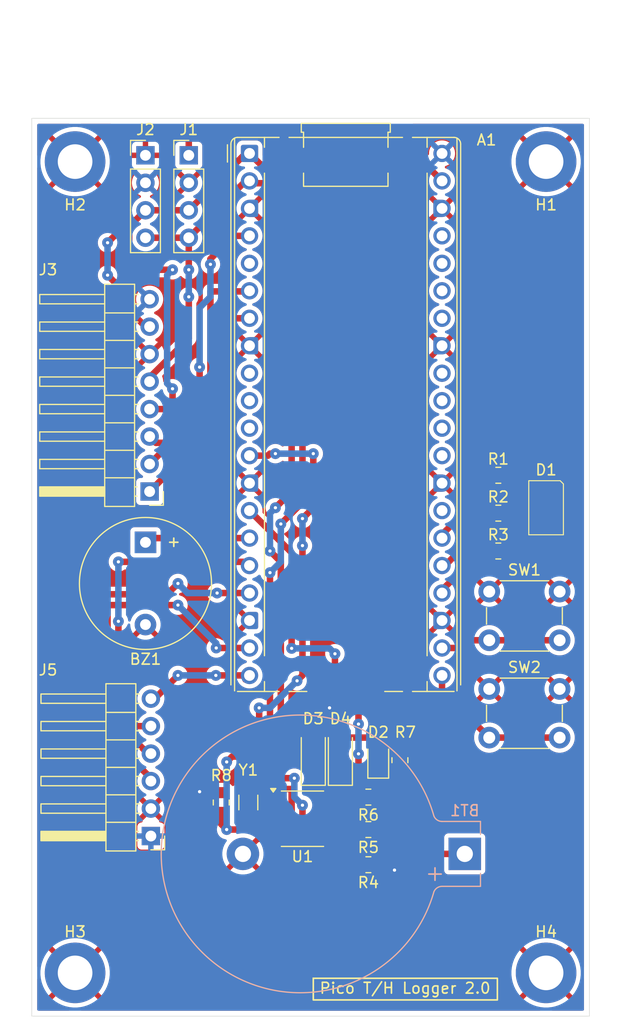
<source format=kicad_pcb>
(kicad_pcb (version 20241229) (generator "pcbnew") (generator_version "9.0")
  (layers (0 "F.Cu" signal) (2 "B.Cu" signal) (13 "F.Paste" user) (15 "B.Paste" user) (5 "F.SilkS" user "F.Silkscreen") (7 "B.SilkS" user "B.Silkscreen") (1 "F.Mask" user) (3 "B.Mask" user) (25 "Edge.Cuts" user))
  (net 0 "")
  (net 1 "+3.3V")
  (net 2 "GND")
  (net 5 "SPI CSn")
  (net 7 "SCL")
  (net 8 "SPI TX")
  (net 10 "SDA")
  (net 11 "SPI SCK")
  (net 13 "+5V")
  (net 18 "SPI RX")
  (net 19 "GPIO16")
  (net 20 "GPIO2")
  (net 21 "GPIO11")
  (net 22 "TX")
  (net 23 "GPIO10")
  (net 25 "RX")
  (net 26 "+BATT")
  (net 27 "Net-(D2-A)")
  (net 28 "GPIO17")
  (net 29 "GPIO20")
  (net 30 "GPIO18")
  (net 31 "GPIO19")
  (net 35 "Net-(D1-DI)")
  (net 36 "Net-(D1-VDD)")
  (net 37 "Net-(D1-DO)")
  (net 38 "Net-(D3-K)")
  (net 39 "Net-(U1-OSCI)")
  (net 40 "Net-(U1-OSCO)")
  (net 41 "GPIO9")
  (footprint "Button_Switch_THT:SW_PUSH_6mm" (layer "F.Cu") (at 176.75 78.75)
    (property "Reference" "SW1" (at 3.25 -2 0) (layer "F.SilkS"))
    (property "Value" "SW_Push")
    (pad "1" thru_hole circle (at 0 0 90) (size 2 2) (drill 1.1) (layers "*.Cu" "*.Mask") (net 2 "GND"))
    (pad "1" thru_hole circle (at 6.5 0 90) (size 2 2) (drill 1.1) (layers "*.Cu" "*.Mask") (net 2 "GND"))
    (pad "2" thru_hole circle (at 0 4.5 90) (size 2 2) (drill 1.1) (layers "*.Cu" "*.Mask") (net 28 "GPIO17"))
    (pad "2" thru_hole circle (at 6.5 4.5 90) (size 2 2) (drill 1.1) (layers "*.Cu" "*.Mask") (net 28 "GPIO17"))
  )
  (footprint "Resistor_SMD:R_0805_2012Metric" (layer "F.Cu") (at 165.5875 100.75 180)
    (property "Reference" "R5" (at 0 -1.65 0) (layer "F.SilkS"))
    (property "Value" "4K7")
    (pad "1" smd roundrect (at -0.9125 0 180) (size 1.025 1.4) (layers "F.Cu" "F.Mask" "F.Paste") (roundrect_rratio 0.243902) (net 13 "+5V"))
    (pad "2" smd roundrect (at 0.9125 0 180) (size 1.025 1.4) (layers "F.Cu" "F.Mask" "F.Paste") (roundrect_rratio 0.243902) (net 7 "SCL"))
  )
  (footprint "Crystal:Crystal_SMD_3215-2Pin_3.2x1.5mm" (layer "F.Cu") (at 154.5 98.25 -90)
    (property "Reference" "Y1" (at -3 0 0) (layer "F.SilkS"))
    (property "Value" "Crystal")
    (pad "1" smd rect (at 1.25 0 270) (size 1 1.8) (layers "F.Cu" "F.Mask" "F.Paste") (net 40 "Net-(U1-OSCO)"))
    (pad "2" smd rect (at -1.25 0 270) (size 1 1.8) (layers "F.Cu" "F.Mask" "F.Paste") (net 39 "Net-(U1-OSCI)"))
  )
  (footprint "LED_SMD:LED_Avago_PLCC4_3.2x2.8mm_CW" (layer "F.Cu") (at 182 71 -90)
    (property "Reference" "D1" (at -3.5 0 0) (layer "F.SilkS"))
    (property "Value" "APA-106-F5")
    (pad "1" smd rect (at -1.5 -0.75 270) (size 1.5 1.1) (layers "F.Cu" "F.Mask" "F.Paste") (net 37 "Net-(D1-DO)"))
    (pad "2" smd rect (at 1.5 -0.75 270) (size 1.5 1.1) (layers "F.Cu" "F.Mask" "F.Paste") (net 2 "GND"))
    (pad "3" smd rect (at 1.5 0.75 270) (size 1.5 1.1) (layers "F.Cu" "F.Mask" "F.Paste") (net 36 "Net-(D1-VDD)"))
    (pad "4" smd rect (at -1.5 0.75 270) (size 1.5 1.1) (layers "F.Cu" "F.Mask" "F.Paste") (net 35 "Net-(D1-DI)"))
  )
  (footprint "Resistor_SMD:R_0805_2012Metric" (layer "F.Cu") (at 168.5 94.3375 -90)
    (property "Reference" "R7" (at -2.5875 -0.5 0) (layer "F.SilkS"))
    (property "Value" "220")
    (pad "1" smd roundrect (at -0.9125 0 270) (size 1.025 1.4) (layers "F.Cu" "F.Mask" "F.Paste") (roundrect_rratio 0.243902) (net 27 "Net-(D2-A)"))
    (pad "2" smd roundrect (at 0.9125 0 270) (size 1.025 1.4) (layers "F.Cu" "F.Mask" "F.Paste") (roundrect_rratio 0.243902) (net 13 "+5V"))
  )
  (footprint "Resistor_SMD:R_0805_2012Metric" (layer "F.Cu") (at 165.5875 104 180)
    (property "Reference" "R4" (at 0 -1.65 0) (layer "F.SilkS"))
    (property "Value" "4K7")
    (pad "1" smd roundrect (at -0.9125 0 180) (size 1.025 1.4) (layers "F.Cu" "F.Mask" "F.Paste") (roundrect_rratio 0.243902) (net 13 "+5V"))
    (pad "2" smd roundrect (at 0.9125 0 180) (size 1.025 1.4) (layers "F.Cu" "F.Mask" "F.Paste") (roundrect_rratio 0.243902) (net 10 "SDA"))
  )
  (footprint "Buzzer_Beeper:Buzzer_12x9.5RM7.6" (layer "F.Cu") (at 145 74.2 -90)
    (property "Reference" "BZ1" (at 10.8 0 0) (layer "F.SilkS"))
    (property "Value" "Buzzer")
    (fp_text user "+" (at -0.01 -2.54 90) (layer "F.SilkS"))
    (pad "1" thru_hole rect (at 0 0 270) (size 2 2) (drill 1) (layers "*.Cu" "*.Mask") (net 21 "GPIO11"))
    (pad "2" thru_hole circle (at 7.6 0 270) (size 2 2) (drill 1) (layers "*.Cu" "*.Mask") (net 2 "GND"))
  )
  (footprint "Resistor_SMD:R_0805_2012Metric" (layer "F.Cu") (at 152 98.25 90)
    (property "Reference" "R8" (at 2.5 0 0) (layer "F.SilkS"))
    (property "Value" "10K")
    (pad "1" smd roundrect (at -0.9125 0 90) (size 1.025 1.4) (layers "F.Cu" "F.Mask" "F.Paste") (roundrect_rratio 0.243902) (net 41 "GPIO9"))
    (pad "2" smd roundrect (at 0.9125 0 90) (size 1.025 1.4) (layers "F.Cu" "F.Mask" "F.Paste") (roundrect_rratio 0.243902) (net 13 "+5V"))
  )
  (footprint "Button_Switch_THT:SW_PUSH_6mm" (layer "F.Cu") (at 176.75 87.75)
    (property "Reference" "SW2" (at 3.25 -2 0) (layer "F.SilkS"))
    (property "Value" "SW_Push")
    (pad "1" thru_hole circle (at 0 0 90) (size 2 2) (drill 1.1) (layers "*.Cu" "*.Mask") (net 2 "GND"))
    (pad "1" thru_hole circle (at 6.5 0 90) (size 2 2) (drill 1.1) (layers "*.Cu" "*.Mask") (net 2 "GND"))
    (pad "2" thru_hole circle (at 0 4.5 90) (size 2 2) (drill 1.1) (layers "*.Cu" "*.Mask") (net 19 "GPIO16"))
    (pad "2" thru_hole circle (at 6.5 4.5 90) (size 2 2) (drill 1.1) (layers "*.Cu" "*.Mask") (net 19 "GPIO16"))
  )
  (footprint "MountingHole:MountingHole_3.2mm_M3_DIN965_Pad" (layer "F.Cu") (at 182 114)
    (property "Reference" "H4" (at 0 -3.8 0) (layer "F.SilkS"))
    (property "Value" "MountingHole_Pad")
    (pad "1" thru_hole circle (at 0 0) (size 5.6 5.6) (drill 3.2) (layers "*.Cu" "*.Mask") (net 2 "GND"))
  )
  (footprint "Resistor_SMD:R_0805_2012Metric" (layer "F.Cu") (at 177.5875 71.5 180)
    (property "Reference" "R2" (at 0 1.5 0) (layer "F.SilkS"))
    (property "Value" "220")
    (pad "1" smd roundrect (at -0.9125 0 180) (size 1.025 1.4) (layers "F.Cu" "F.Mask" "F.Paste") (roundrect_rratio 0.243902) (net 37 "Net-(D1-DO)"))
    (pad "2" smd roundrect (at 0.9125 0 180) (size 1.025 1.4) (layers "F.Cu" "F.Mask" "F.Paste") (roundrect_rratio 0.243902) (net 31 "GPIO19"))
  )
  (footprint "MountingHole:MountingHole_3.2mm_M3_DIN965_Pad" (layer "F.Cu") (at 182 39)
    (property "Reference" "H1" (at 0 4 0) (layer "F.SilkS"))
    (property "Value" "MountingHole_Pad")
    (pad "1" thru_hole circle (at 0 0) (size 5.6 5.6) (drill 3.2) (layers "*.Cu" "*.Mask") (net 2 "GND"))
  )
  (footprint "Diode_SMD:D_MiniMELF" (layer "F.Cu") (at 163 94 90)
    (property "Reference" "D4" (at 3.5 0 0) (layer "F.SilkS"))
    (property "Value" "LL4148")
    (pad "1" smd roundrect (at -1.75 0 90) (size 1.3 1.7) (layers "F.Cu" "F.Mask" "F.Paste") (roundrect_rratio 0.1923076923) (net 38 "Net-(D3-K)"))
    (pad "2" smd roundrect (at 1.75 0 90) (size 1.3 1.7) (layers "F.Cu" "F.Mask" "F.Paste") (roundrect_rratio 0.1923076923) (net 26 "+BATT"))
  )
  (footprint "Resistor_SMD:R_0805_2012Metric" (layer "F.Cu") (at 177.5875 75 180)
    (property "Reference" "R3" (at 0 1.5 0) (layer "F.SilkS"))
    (property "Value" "220")
    (pad "1" smd roundrect (at -0.9125 0 180) (size 1.025 1.4) (layers "F.Cu" "F.Mask" "F.Paste") (roundrect_rratio 0.243902) (net 36 "Net-(D1-VDD)"))
    (pad "2" smd roundrect (at 0.9125 0 180) (size 1.025 1.4) (layers "F.Cu" "F.Mask" "F.Paste") (roundrect_rratio 0.243902) (net 30 "GPIO18"))
  )
  (footprint "Connector_PinHeader_2.54mm:PinHeader_1x04_P2.54mm_Vertical" (layer "F.Cu") (at 149 38.42)
    (property "Reference" "J1" (at 0 -2.38 0) (layer "F.SilkS"))
    (property "Value" "Sensor")
    (pad "1" thru_hole rect (at 0 0) (size 1.7 1.7) (drill 1) (layers "*.Cu" "*.Mask") (net 1 "+3.3V"))
    (pad "2" thru_hole circle (at 0 2.54) (size 1.7 1.7) (drill 1) (layers "*.Cu" "*.Mask") (net 2 "GND"))
    (pad "3" thru_hole circle (at 0 5.08) (size 1.7 1.7) (drill 1) (layers "*.Cu" "*.Mask") (net 10 "SDA"))
    (pad "4" thru_hole circle (at 0 7.62) (size 1.7 1.7) (drill 1) (layers "*.Cu" "*.Mask") (net 7 "SCL"))
  )
  (footprint "Diode_SMD:D_MiniMELF" (layer "F.Cu") (at 160.5 94 90)
    (property "Reference" "D3" (at 3.5 0 0) (layer "F.SilkS"))
    (property "Value" "LL4148")
    (pad "1" smd roundrect (at -1.75 0 90) (size 1.3 1.7) (layers "F.Cu" "F.Mask" "F.Paste") (roundrect_rratio 0.1923076923) (net 38 "Net-(D3-K)"))
    (pad "2" smd roundrect (at 1.75 0 90) (size 1.3 1.7) (layers "F.Cu" "F.Mask" "F.Paste") (roundrect_rratio 0.1923076923) (net 13 "+5V"))
  )
  (footprint "LED_SMD:LED_0805_2012Metric" (layer "F.Cu") (at 166.5 94.3125 90)
    (property "Reference" "D2" (at 2.5625 0 0) (layer "F.SilkS"))
    (property "Value" "LED")
    (pad "1" smd roundrect (at -0.9375 0 90) (size 0.975 1.4) (layers "F.Cu" "F.Mask" "F.Paste") (net 23 "GPIO10"))
    (pad "2" smd roundrect (at 0.9375 0 90) (size 0.975 1.4) (layers "F.Cu" "F.Mask" "F.Paste") (net 27 "Net-(D2-A)"))
  )
  (footprint "Connector_PinHeader_2.54mm:PinHeader_1x04_P2.54mm_Vertical" (layer "F.Cu") (at 145 38.42)
    (property "Reference" "J2" (at 0 -2.38 0) (layer "F.SilkS"))
    (property "Value" "LCD 16x2")
    (pad "1" thru_hole rect (at 0 0) (size 1.7 1.7) (drill 1) (layers "*.Cu" "*.Mask") (net 2 "GND"))
    (pad "2" thru_hole circle (at 0 2.54) (size 1.7 1.7) (drill 1) (layers "*.Cu" "*.Mask") (net 13 "+5V"))
    (pad "3" thru_hole circle (at 0 5.08) (size 1.7 1.7) (drill 1) (layers "*.Cu" "*.Mask") (net 10 "SDA"))
    (pad "4" thru_hole circle (at 0 7.62) (size 1.7 1.7) (drill 1) (layers "*.Cu" "*.Mask") (net 7 "SCL"))
  )
  (footprint "MountingHole:MountingHole_3.2mm_M3_DIN965_Pad" (layer "F.Cu") (at 138.5 114)
    (property "Reference" "H3" (at 0 -3.8 0) (layer "F.SilkS"))
    (property "Value" "MountingHole_Pad")
    (pad "1" thru_hole circle (at 0 0) (size 5.6 5.6) (drill 3.2) (layers "*.Cu" "*.Mask") (net 2 "GND"))
  )
  (footprint "MountingHole:MountingHole_3.2mm_M3_DIN965_Pad" (layer "F.Cu") (at 138.5 39)
    (property "Reference" "H2" (at 0 4 0) (layer "F.SilkS"))
    (property "Value" "MountingHole_Pad")
    (pad "1" thru_hole circle (at 0 0) (size 5.6 5.6) (drill 3.2) (layers "*.Cu" "*.Mask") (net 2 "GND"))
  )
  (footprint "Resistor_SMD:R_0805_2012Metric" (layer "F.Cu") (at 177.5875 68 180)
    (property "Reference" "R1" (at 0 1.5 0) (layer "F.SilkS"))
    (property "Value" "220")
    (pad "1" smd roundrect (at -0.9125 0 180) (size 1.025 1.4) (layers "F.Cu" "F.Mask" "F.Paste") (roundrect_rratio 0.243902) (net 35 "Net-(D1-DI)"))
    (pad "2" smd roundrect (at 0.9125 0 180) (size 1.025 1.4) (layers "F.Cu" "F.Mask" "F.Paste") (roundrect_rratio 0.243902) (net 29 "GPIO20"))
  )
  (footprint "Resistor_SMD:R_0805_2012Metric" (layer "F.Cu") (at 165.5875 97.75 180)
    (property "Reference" "R6" (at 0 -1.65 0) (layer "F.SilkS"))
    (property "Value" "4K7")
    (pad "1" smd roundrect (at -0.9125 0 180) (size 1.025 1.4) (layers "F.Cu" "F.Mask" "F.Paste") (roundrect_rratio 0.243902) (net 13 "+5V"))
    (pad "2" smd roundrect (at 0.9125 0 180) (size 1.025 1.4) (layers "F.Cu" "F.Mask" "F.Paste") (roundrect_rratio 0.243902) (net 23 "GPIO10"))
  )
  (footprint "Module:RaspberryPi_Pico_Common_THT" (layer "F.Cu") (at 154.61 38.245)
    (property "Reference" "A1" (at 20.89 -1.245 0) (layer "F.SilkS") (effects (justify left)))
    (property "Value" "RaspberryPi_Pico" (hide yes))
    (pad "1" thru_hole roundrect (at 0 0) (size 1.6 1.6) (drill 1) (layers "*.Cu" "*.Mask") (roundrect_rratio 0.125) (net 10 "SDA"))
    (pad "2" thru_hole circle (at 0 2.54) (size 1.6 1.6) (drill 1) (layers "*.Cu" "*.Mask") (net 7 "SCL"))
    (pad "3" thru_hole custom (at 0 5.08) (size 1.6 1.6) (drill 1) (layers "*.Cu" "*.Mask") (net 2 "GND") (options (clearance outline) (anchor circle)) (primitives (gr_poly (pts (xy 0.8 0.6) (xy 0.8 -0.6) (xy 0.6 -0.8) (xy 0 -0.8) (xy 0 0.8) (xy 0.6 0.8)) (width 0) (fill yes)) (gr_circle (center 0.6 0.6) (end 0.8 0.6) (width 0) (fill yes)) (gr_circle (center 0.6 -0.6) (end 0.8 -0.6) (width 0) (fill yes))))
    (pad "4" thru_hole circle (at 0 7.62) (size 1.6 1.6) (drill 1) (layers "*.Cu" "*.Mask") (net 20 "GPIO2"))
    (pad "5" thru_hole circle (at 0 10.16) (size 1.6 1.6) (drill 1) (layers "*.Cu" "*.Mask"))
    (pad "6" thru_hole circle (at 0 12.7) (size 1.6 1.6) (drill 1) (layers "*.Cu" "*.Mask") (net 22 "TX"))
    (pad "7" thru_hole circle (at 0 15.24) (size 1.6 1.6) (drill 1) (layers "*.Cu" "*.Mask") (net 25 "RX"))
    (pad "8" thru_hole custom (at 0 17.78) (size 1.6 1.6) (drill 1) (layers "*.Cu" "*.Mask") (net 2 "GND") (options (clearance outline) (anchor circle)) (primitives (gr_poly (pts (xy 0.8 0.6) (xy 0.8 -0.6) (xy 0.6 -0.8) (xy 0 -0.8) (xy 0 0.8) (xy 0.6 0.8)) (width 0) (fill yes)) (gr_circle (center 0.6 0.6) (end 0.8 0.6) (width 0) (fill yes)) (gr_circle (center 0.6 -0.6) (end 0.8 -0.6) (width 0) (fill yes))))
    (pad "9" thru_hole circle (at 0 20.32) (size 1.6 1.6) (drill 1) (layers "*.Cu" "*.Mask"))
    (pad "10" thru_hole circle (at 0 22.86) (size 1.6 1.6) (drill 1) (layers "*.Cu" "*.Mask"))
    (pad "11" thru_hole circle (at 0 25.4) (size 1.6 1.6) (drill 1) (layers "*.Cu" "*.Mask"))
    (pad "12" thru_hole circle (at 0 27.94) (size 1.6 1.6) (drill 1) (layers "*.Cu" "*.Mask") (net 41 "GPIO9"))
    (pad "13" thru_hole custom (at 0 30.48) (size 1.6 1.6) (drill 1) (layers "*.Cu" "*.Mask") (net 2 "GND") (options (clearance outline) (anchor circle)) (primitives (gr_poly (pts (xy 0.8 0.6) (xy 0.8 -0.6) (xy 0.6 -0.8) (xy 0 -0.8) (xy 0 0.8) (xy 0.6 0.8)) (width 0) (fill yes)) (gr_circle (center 0.6 0.6) (end 0.8 0.6) (width 0) (fill yes)) (gr_circle (center 0.6 -0.6) (end 0.8 -0.6) (width 0) (fill yes))))
    (pad "14" thru_hole circle (at 0 33.02) (size 1.6 1.6) (drill 1) (layers "*.Cu" "*.Mask") (net 23 "GPIO10"))
    (pad "15" thru_hole circle (at 0 35.56) (size 1.6 1.6) (drill 1) (layers "*.Cu" "*.Mask") (net 21 "GPIO11"))
    (pad "16" thru_hole circle (at 0 38.1) (size 1.6 1.6) (drill 1) (layers "*.Cu" "*.Mask") (net 18 "SPI RX"))
    (pad "17" thru_hole circle (at 0 40.64) (size 1.6 1.6) (drill 1) (layers "*.Cu" "*.Mask") (net 5 "SPI CSn"))
    (pad "18" thru_hole custom (at 0 43.18) (size 1.6 1.6) (drill 1) (layers "*.Cu" "*.Mask") (net 2 "GND") (options (clearance outline) (anchor circle)) (primitives (gr_poly (pts (xy 0.8 0.6) (xy 0.8 -0.6) (xy 0.6 -0.8) (xy 0 -0.8) (xy 0 0.8) (xy 0.6 0.8)) (width 0) (fill yes)) (gr_circle (center 0.6 0.6) (end 0.8 0.6) (width 0) (fill yes)) (gr_circle (center 0.6 -0.6) (end 0.8 -0.6) (width 0) (fill yes))))
    (pad "19" thru_hole circle (at 0 45.72) (size 1.6 1.6) (drill 1) (layers "*.Cu" "*.Mask") (net 11 "SPI SCK"))
    (pad "20" thru_hole circle (at 0 48.26) (size 1.6 1.6) (drill 1) (layers "*.Cu" "*.Mask") (net 8 "SPI TX"))
    (pad "21" thru_hole circle (at 17.78 48.26) (size 1.6 1.6) (drill 1) (layers "*.Cu" "*.Mask") (net 19 "GPIO16"))
    (pad "22" thru_hole circle (at 17.78 45.72) (size 1.6 1.6) (drill 1) (layers "*.Cu" "*.Mask") (net 28 "GPIO17"))
    (pad "23" thru_hole custom (at 17.78 43.18) (size 1.6 1.6) (drill 1) (layers "*.Cu" "*.Mask") (net 2 "GND") (options (clearance outline) (anchor circle)) (primitives (gr_poly (pts (xy -0.8 0.6) (xy -0.8 -0.6) (xy -0.6 -0.8) (xy 0 -0.8) (xy 0 0.8) (xy -0.6 0.8)) (width 0) (fill yes)) (gr_circle (center -0.6 0.6) (end -0.4 0.6) (width 0) (fill yes)) (gr_circle (center -0.6 -0.6) (end -0.4 -0.6) (width 0) (fill yes))))
    (pad "24" thru_hole circle (at 17.78 40.64) (size 1.6 1.6) (drill 1) (layers "*.Cu" "*.Mask") (net 30 "GPIO18"))
    (pad "25" thru_hole circle (at 17.78 38.1) (size 1.6 1.6) (drill 1) (layers "*.Cu" "*.Mask") (net 31 "GPIO19"))
    (pad "26" thru_hole circle (at 17.78 35.56) (size 1.6 1.6) (drill 1) (layers "*.Cu" "*.Mask") (net 29 "GPIO20"))
    (pad "27" thru_hole circle (at 17.78 33.02) (size 1.6 1.6) (drill 1) (layers "*.Cu" "*.Mask"))
    (pad "28" thru_hole custom (at 17.78 30.48) (size 1.6 1.6) (drill 1) (layers "*.Cu" "*.Mask") (net 2 "GND") (options (clearance outline) (anchor circle)) (primitives (gr_poly (pts (xy -0.8 0.6) (xy -0.8 -0.6) (xy -0.6 -0.8) (xy 0 -0.8) (xy 0 0.8) (xy -0.6 0.8)) (width 0) (fill yes)) (gr_circle (center -0.6 0.6) (end -0.4 0.6) (width 0) (fill yes)) (gr_circle (center -0.6 -0.6) (end -0.4 -0.6) (width 0) (fill yes))))
    (pad "29" thru_hole circle (at 17.78 27.94) (size 1.6 1.6) (drill 1) (layers "*.Cu" "*.Mask"))
    (pad "30" thru_hole circle (at 17.78 25.4) (size 1.6 1.6) (drill 1) (layers "*.Cu" "*.Mask"))
    (pad "31" thru_hole circle (at 17.78 22.86) (size 1.6 1.6) (drill 1) (layers "*.Cu" "*.Mask"))
    (pad "32" thru_hole circle (at 17.78 20.32) (size 1.6 1.6) (drill 1) (layers "*.Cu" "*.Mask"))
    (pad "33" thru_hole custom (at 17.78 17.78) (size 1.6 1.6) (drill 1) (layers "*.Cu" "*.Mask") (net 2 "GND") (options (clearance outline) (anchor circle)) (primitives (gr_poly (pts (xy -0.8 0.6) (xy -0.8 -0.6) (xy -0.6 -0.8) (xy 0 -0.8) (xy 0 0.8) (xy -0.6 0.8)) (width 0) (fill yes)) (gr_circle (center -0.6 0.6) (end -0.4 0.6) (width 0) (fill yes)) (gr_circle (center -0.6 -0.6) (end -0.4 -0.6) (width 0) (fill yes))))
    (pad "34" thru_hole circle (at 17.78 15.24) (size 1.6 1.6) (drill 1) (layers "*.Cu" "*.Mask"))
    (pad "35" thru_hole circle (at 17.78 12.7) (size 1.6 1.6) (drill 1) (layers "*.Cu" "*.Mask"))
    (pad "36" thru_hole circle (at 17.78 10.16) (size 1.6 1.6) (drill 1) (layers "*.Cu" "*.Mask"))
    (pad "37" thru_hole circle (at 17.78 7.62) (size 1.6 1.6) (drill 1) (layers "*.Cu" "*.Mask"))
    (pad "38" thru_hole custom (at 17.78 5.08) (size 1.6 1.6) (drill 1) (layers "*.Cu" "*.Mask") (net 2 "GND") (options (clearance outline) (anchor circle)) (primitives (gr_poly (pts (xy -0.8 0.6) (xy -0.8 -0.6) (xy -0.6 -0.8) (xy 0 -0.8) (xy 0 0.8) (xy -0.6 0.8)) (width 0) (fill yes)) (gr_circle (center -0.6 0.6) (end -0.4 0.6) (width 0) (fill yes)) (gr_circle (center -0.6 -0.6) (end -0.4 -0.6) (width 0) (fill yes))))
    (pad "39" thru_hole circle (at 17.78 2.54) (size 1.6 1.6) (drill 1) (layers "*.Cu" "*.Mask") (net 1 "+3.3V"))
    (pad "40" thru_hole circle (at 17.78 0) (size 1.6 1.6) (drill 1) (layers "*.Cu" "*.Mask") (net 13 "+5V"))
  )
  (footprint "Connector_PinHeader_2.54mm:PinHeader_1x08_P2.54mm_Horizontal" (layer "F.Cu") (at 145.385 69.5 180)
    (property "Reference" "J3" (at 9.385 20.5 0) (layer "F.SilkS"))
    (property "Value" "Additional connector")
    (pad "1" thru_hole rect (at 0 0 180) (size 1.7 1.7) (drill 1) (layers "*.Cu" "*.Mask") (net 25 "RX"))
    (pad "2" thru_hole circle (at 0 2.54 180) (size 1.7 1.7) (drill 1) (layers "*.Cu" "*.Mask") (net 22 "TX"))
    (pad "3" thru_hole circle (at 0 5.08 180) (size 1.7 1.7) (drill 1) (layers "*.Cu" "*.Mask") (net 20 "GPIO2"))
    (pad "4" thru_hole circle (at 0 7.62 180) (size 1.7 1.7) (drill 1) (layers "*.Cu" "*.Mask") (net 10 "SDA"))
    (pad "5" thru_hole circle (at 0 10.16 180) (size 1.7 1.7) (drill 1) (layers "*.Cu" "*.Mask") (net 7 "SCL"))
    (pad "6" thru_hole circle (at 0 12.7 180) (size 1.7 1.7) (drill 1) (layers "*.Cu" "*.Mask") (net 2 "GND"))
    (pad "7" thru_hole circle (at 0 15.24 180) (size 1.7 1.7) (drill 1) (layers "*.Cu" "*.Mask") (net 1 "+3.3V"))
    (pad "8" thru_hole circle (at 0 17.78 180) (size 1.7 1.7) (drill 1) (layers "*.Cu" "*.Mask") (net 13 "+5V"))
  )
  (footprint "Connector_PinHeader_2.54mm:PinHeader_1x06_P2.54mm_Horizontal" (layer "F.Cu") (at 145.5 101.35 180)
    (property "Reference" "J5" (at 9.5 15.35 0) (layer "F.SilkS"))
    (property "Value" "SPI")
    (pad "1" thru_hole rect (at 0 0 180) (size 1.7 1.7) (drill 1) (layers "*.Cu" "*.Mask") (net 13 "+5V"))
    (pad "2" thru_hole circle (at 0 2.54 180) (size 1.7 1.7) (drill 1) (layers "*.Cu" "*.Mask") (net 2 "GND"))
    (pad "3" thru_hole circle (at 0 5.08 180) (size 1.7 1.7) (drill 1) (layers "*.Cu" "*.Mask") (net 5 "SPI CSn"))
    (pad "4" thru_hole circle (at 0 7.62 180) (size 1.7 1.7) (drill 1) (layers "*.Cu" "*.Mask") (net 11 "SPI SCK"))
    (pad "5" thru_hole circle (at 0 10.16 180) (size 1.7 1.7) (drill 1) (layers "*.Cu" "*.Mask") (net 18 "SPI RX"))
    (pad "6" thru_hole circle (at 0 12.7 180) (size 1.7 1.7) (drill 1) (layers "*.Cu" "*.Mask") (net 8 "SPI TX"))
  )
  (footprint "Package_SO:SOIC-8_3.9x4.9mm_P1.27mm" (layer "F.Cu") (at 159.5 99.75)
    (property "Reference" "U1" (at 0 3.5 0) (layer "F.SilkS"))
    (property "Value" "PCF8563T")
    (pad "1" smd roundrect (at -2.475 -1.905) (size 1.95 0.6) (layers "F.Cu" "F.Mask" "F.Paste") (net 39 "Net-(U1-OSCI)"))
    (pad "2" smd roundrect (at -2.475 -0.635) (size 1.95 0.6) (layers "F.Cu" "F.Mask" "F.Paste") (net 40 "Net-(U1-OSCO)"))
    (pad "3" smd roundrect (at -2.475 0.635) (size 1.95 0.6) (layers "F.Cu" "F.Mask" "F.Paste") (net 41 "GPIO9"))
    (pad "4" smd roundrect (at -2.475 1.905) (size 1.95 0.6) (layers "F.Cu" "F.Mask" "F.Paste") (net 2 "GND"))
    (pad "5" smd roundrect (at 2.475 1.905) (size 1.95 0.6) (layers "F.Cu" "F.Mask" "F.Paste") (net 10 "SDA"))
    (pad "6" smd roundrect (at 2.475 0.635) (size 1.95 0.6) (layers "F.Cu" "F.Mask" "F.Paste") (net 7 "SCL"))
    (pad "7" smd roundrect (at 2.475 -0.635) (size 1.95 0.6) (layers "F.Cu" "F.Mask" "F.Paste") (net 23 "GPIO10"))
    (pad "8" smd roundrect (at 2.475 -1.905) (size 1.95 0.6) (layers "F.Cu" "F.Mask" "F.Paste") (net 38 "Net-(D3-K)"))
  )
  (footprint "Battery:BatteryHolder_Keystone_104_1x23mm" (layer "B.Cu") (at 174.49 103 180)
    (property "Reference" "BT1" (at 0 4 0) (layer "B.SilkS") (effects (justify mirror)))
    (property "Value" "Battery_Cell")
    (fp_text user "+" (at 2.75 -1.75 0) (layer "B.SilkS") (effects (font (size 1.5 1.5)) (justify mirror)))
    (pad "1" thru_hole rect (at 0 0 180) (size 3 3) (drill 1.5) (layers "*.Cu" "*.Mask") (net 26 "+BATT"))
    (pad "2" thru_hole circle (at 20.49 0 180) (size 3 3) (drill 1.5) (layers "*.Cu" "*.Mask") (net 2 "GND"))
  )
  (gr_rect (start 160.5 114.5) (end 177.5 116.5) (stroke (width 0.15)) (fill no) (layer "F.SilkS"))
  (gr_rect (start 134.5 35) (end 186 118) (stroke (width 0.05)) (fill no) (layer "Edge.Cuts"))
  (gr_text "Pico T/H Logger 2.0" (at 161 116 0) (layer "F.SilkS") (effects (font (size 1 1)) (justify left bottom)))
  (segment (start 142.5 50.5) (end 142.5 51.76) (width 0.6) (layer "F.Cu") (net 1))
  (segment (start 142.5 36) (end 150 36) (width 0.6) (layer "F.Cu") (net 1))
  (segment (start 141.5 46.5) (end 142.5 45.5) (width 0.6) (layer "F.Cu") (net 1))
  (segment (start 141.5 49.5) (end 142.5 50.5) (width 0.6) (layer "F.Cu") (net 1))
  (segment (start 150 36) (end 169 36) (width 0.6) (layer "F.Cu") (net 1))
  (segment (start 149 37) (end 150 36) (width 0.6) (layer "F.Cu") (net 1))
  (segment (start 142.5 51.76) (end 145 54.26) (width 0.6) (layer "F.Cu") (net 1))
  (segment (start 169 37.395) (end 172.39 40.785) (width 0.6) (layer "F.Cu") (net 1))
  (segment (start 169 36) (end 169 37.395) (width 0.6) (layer "F.Cu") (net 1))
  (segment (start 149 38.42) (end 149 37) (width 0.6) (layer "F.Cu") (net 1))
  (segment (start 142.5 45.5) (end 142.5 36) (width 0.6) (layer "F.Cu") (net 1))
  (via (at 141.5 46.5) (size 1) (drill 0.3) (layers "F.Cu" "B.Cu") (net 1))
  (via (at 141.5 49.5) (size 1) (drill 0.3) (layers "F.Cu" "B.Cu") (net 1))
  (segment (start 141.5 46.5) (end 141.5 49.5) (width 0.6) (layer "B.Cu") (net 1))
  (segment (start 147 79) (end 140.5 79) (width 0.6) (layer "F.Cu") (net 5))
  (segment (start 140.5 79) (end 140.5 91) (width 0.6) (layer "F.Cu") (net 5))
  (segment (start 154.61 78.885) (end 151.615 78.885) (width 0.6) (layer "F.Cu") (net 5))
  (segment (start 148 78) (end 147 79) (width 0.6) (layer "F.Cu") (net 5))
  (segment (start 145.5 96) (end 145.5 96.27) (width 0.6) (layer "F.Cu") (net 5))
  (segment (start 140.5 91) (end 145.5 96) (width 0.6) (layer "F.Cu") (net 5))
  (via (at 148 78) (size 1) (drill 0.3) (layers "F.Cu" "B.Cu") (net 5))
  (via (at 151.615 78.885) (size 1) (drill 0.3) (layers "F.Cu" "B.Cu") (net 5))
  (segment (start 148.885 78.885) (end 148 78) (width 0.6) (layer "B.Cu") (net 5))
  (segment (start 151.615 78.885) (end 148.885 78.885) (width 0.6) (layer "B.Cu") (net 5))
  (segment (start 149 51.5) (end 149 55.34) (width 0.6) (layer "F.Cu") (net 7))
  (segment (start 161.975 100.385) (end 164.31 100.385) (width 0.6) (layer "F.Cu") (net 7))
  (segment (start 157 71) (end 158.5 69.5) (width 0.6) (layer "F.Cu") (net 7))
  (segment (start 154.255 40.785) (end 149 46.04) (width 0.6) (layer "F.Cu") (net 7))
  (segment (start 157.5 76) (end 156.5 75) (width 0.6) (layer "F.Cu") (net 7))
  (segment (start 158.5 69.5) (end 158.5 41) (width 0.6) (layer "F.Cu") (net 7))
  (segment (start 154.825 41) (end 154.61 40.785) (width 0.6) (layer "F.Cu") (net 7))
  (segment (start 160.135 100.385) (end 161.975 100.385) (width 0.6) (layer "F.Cu") (net 7))
  (segment (start 149 46.04) (end 149 49) (width 0.6) (layer "F.Cu") (net 7))
  (segment (start 159.5 98.5) (end 159.5 99.75) (width 0.6) (layer "F.Cu") (net 7))
  (segment (start 158.75 96) (end 157.5 96) (width 0.6) (layer "F.Cu") (net 7))
  (segment (start 159.5 99.75) (end 160.135 100.385) (width 0.6) (layer "F.Cu") (net 7))
  (segment (start 164.31 100.385) (end 164.675 100.75) (width 0.6) (layer "F.Cu") (net 7))
  (segment (start 145 59.34) (end 149 55.34) (width 0.6) (layer "F.Cu") (net 7))
  (segment (start 158.5 41) (end 154.825 41) (width 0.6) (layer "F.Cu") (net 7))
  (segment (start 157.5 96) (end 157.5 76) (width 0.6) (layer "F.Cu") (net 7))
  (segment (start 149 46.04) (end 145 46.04) (width 0.6) (layer "F.Cu") (net 7))
  (segment (start 154.61 40.785) (end 154.255 40.785) (width 0.6) (layer "F.Cu") (net 7))
  (via (at 159.5 98.5) (size 1) (drill 0.3) (layers "F.Cu" "B.Cu") (net 7))
  (via (at 156.5 75) (size 1) (drill 0.3) (layers "F.Cu" "B.Cu") (net 7))
  (via (at 157 71) (size 1) (drill 0.3) (layers "F.Cu" "B.Cu") (net 7))
  (via (at 158.75 96) (size 1) (drill 0.3) (layers "F.Cu" "B.Cu") (net 7))
  (via (at 149 51.5) (size 1) (drill 0.3) (layers "F.Cu" "B.Cu") (net 7))
  (via (at 149 49) (size 1) (drill 0.3) (layers "F.Cu" "B.Cu") (net 7))
  (segment (start 157 71) (end 156.5 71.5) (width 0.6) (layer "B.Cu") (net 7))
  (segment (start 149 51.5) (end 149 49) (width 0.6) (layer "B.Cu") (net 7))
  (segment (start 156.5 71.5) (end 156.5 75) (width 0.6) (layer "B.Cu") (net 7))
  (segment (start 158.75 96) (end 158.75 97.75) (width 0.6) (layer "B.Cu") (net 7))
  (segment (start 158.75 97.75) (end 159.5 98.5) (width 0.6) (layer "B.Cu") (net 7))
  (segment (start 154.605 86.5) (end 151.5 86.5) (width 0.6) (layer "F.Cu") (net 8))
  (segment (start 154.61 86.505) (end 154.605 86.5) (width 0.6) (layer "F.Cu") (net 8))
  (segment (start 154.235 86.88) (end 154.61 86.505) (width 0.6) (layer "F.Cu") (net 8))
  (segment (start 145.85 88.65) (end 148 86.5) (width 0.6) (layer "F.Cu") (net 8))
  (segment (start 145.5 88.65) (end 145.85 88.65) (width 0.6) (layer "F.Cu") (net 8))
  (via (at 151.5 86.5) (size 1) (drill 0.3) (layers "F.Cu" "B.Cu") (net 8))
  (via (at 148 86.5) (size 1) (drill 0.3) (layers "F.Cu" "B.Cu") (net 8))
  (segment (start 148 86.5) (end 151.5 86.5) (width 0.6) (layer "B.Cu") (net 8))
  (segment (start 159.5 70.5) (end 157.5 72.5) (width 0.6) (layer "F.Cu") (net 10))
  (segment (start 159.905 101.655) (end 161.975 101.655) (width 0.6) (layer "F.Cu") (net 10))
  (segment (start 145 43.5) (end 149 43.5) (width 0.6) (layer "F.Cu") (net 10))
  (segment (start 164.675 104) (end 164.675 104.25) (width 0.6) (layer "F.Cu") (net 10))
  (segment (start 145 61.88) (end 147.5 61.88) (width 0.6) (layer "F.Cu") (net 10))
  (segment (start 164 103.325) (end 164.675 104) (width 0.6) (layer "F.Cu") (net 10))
  (segment (start 159.5 40) (end 159.5 70.5) (width 0.6) (layer "F.Cu") (net 10))
  (segment (start 156.365 40) (end 159.5 40) (width 0.6) (layer "F.Cu") (net 10))
  (segment (start 164 102.25) (end 164 103.325) (width 0.6) (layer "F.Cu") (net 10))
  (segment (start 163.405 101.655) (end 164 102.25) (width 0.6) (layer "F.Cu") (net 10))
  (segment (start 147.5 61.88) (end 147.5 60) (width 0.6) (layer "F.Cu") (net 10))
  (segment (start 156.5 77) (end 156.5 97) (width 0.6) (layer "F.Cu") (net 10))
  (segment (start 158.5 100.25) (end 159.905 101.655) (width 0.6) (layer "F.Cu") (net 10))
  (segment (start 145 49) (end 143.5 47.5) (width 0.6) (layer "F.Cu") (net 10))
  (segment (start 158.5 97) (end 158.5 100.25) (width 0.6) (layer "F.Cu") (net 10))
  (segment (start 149 43.5) (end 154.255 38.245) (width 0.6) (layer "F.Cu") (net 10))
  (segment (start 156.5 97) (end 158.5 97) (width 0.6) (layer "F.Cu") (net 10))
  (segment (start 143.5 45) (end 145 43.5) (width 0.6) (layer "F.Cu") (net 10))
  (segment (start 154.61 38.245) (end 156.365 40) (width 0.6) (layer "F.Cu") (net 10))
  (segment (start 147.5 49) (end 145 49) (width 0.6) (layer "F.Cu") (net 10))
  (segment (start 161.975 101.655) (end 163.405 101.655) (width 0.6) (layer "F.Cu") (net 10))
  (segment (start 154.255 38.245) (end 154.61 38.245) (width 0.6) (layer "F.Cu") (net 10))
  (segment (start 143.5 47.5) (end 143.5 45) (width 0.6) (layer "F.Cu") (net 10))
  (via (at 156.5 77) (size 1) (drill 0.3) (layers "F.Cu" "B.Cu") (net 10))
  (via (at 157.5 72.5) (size 1) (drill 0.3) (layers "F.Cu" "B.Cu") (net 10))
  (via (at 147.5 49) (size 1) (drill 0.3) (layers "F.Cu" "B.Cu") (net 10))
  (via (at 147.5 60) (size 1) (drill 0.3) (layers "F.Cu" "B.Cu") (net 10))
  (segment (start 157.5 72.5) (end 157.5 76) (width 0.6) (layer "B.Cu") (net 10))
  (segment (start 147 59.5) (end 147 49.5) (width 0.6) (layer "B.Cu") (net 10))
  (segment (start 157.5 76) (end 156.5 77) (width 0.6) (layer "B.Cu") (net 10))
  (segment (start 147.5 60) (end 147 59.5) (width 0.6) (layer "B.Cu") (net 10))
  (segment (start 147 49.5) (end 147.5 49) (width 0.6) (layer "B.Cu") (net 10))
  (segment (start 154.61 83.965) (end 151.535 83.965) (width 0.6) (layer "F.Cu") (net 11))
  (segment (start 141.5 80) (end 141.5 90) (width 0.6) (layer "F.Cu") (net 11))
  (segment (start 148 80) (end 141.5 80) (width 0.6) (layer "F.Cu") (net 11))
  (segment (start 145.23 93.73) (end 145.5 93.73) (width 0.6) (layer "F.Cu") (net 11))
  (segment (start 141.5 90) (end 145.23 93.73) (width 0.6) (layer "F.Cu") (net 11))
  (via (at 148 80) (size 1) (drill 0.3) (layers "F.Cu" "B.Cu") (net 11))
  (via (at 151.535 83.965) (size 1) (drill 0.3) (layers "F.Cu" "B.Cu") (net 11))
  (segment (start 151.535 83.535) (end 151.535 83.965) (width 0.6) (layer "B.Cu") (net 11))
  (segment (start 148 80) (end 151.535 83.535) (width 0.6) (layer "B.Cu") (net 11))
  (segment (start 168.5 95.25) (end 168.5 95.75) (width 0.6) (layer "F.Cu") (net 13))
  (segment (start 168.5 95.75) (end 166.5 97.75) (width 0.6) (layer "F.Cu") (net 13))
  (segment (start 168 104.5) (end 167.5 104) (width 0.6) (layer "F.Cu") (net 13))
  (segment (start 152 97.3375) (end 150.0875 97.3375) (width 0.6) (layer "F.Cu") (net 13))
  (segment (start 167.5 104) (end 166.5 104) (width 0.6) (layer "F.Cu") (net 13))
  (segment (start 162 89.5) (end 160.5 91) (width 0.6) (layer "F.Cu") (net 13))
  (segment (start 160.5 91) (end 160.5 92.25) (width 0.6) (layer "F.Cu") (net 13))
  (segment (start 166.5 104) (end 166.5 97.75) (width 0.6) (layer "F.Cu") (net 13))
  (segment (start 150.0875 97.3375) (end 150 97.25) (width 0.6) (layer "F.Cu") (net 13))
  (via (at 162 89.5) (size 1) (drill 0.3) (layers "F.Cu" "B.Cu") (net 13))
  (via (at 168 104.5) (size 1) (drill 0.3) (layers "F.Cu" "B.Cu") (net 13))
  (via (at 150 97.25) (size 1) (drill 0.3) (layers "F.Cu" "B.Cu") (net 13))
  (segment (start 144.19 91.19) (end 145.5 91.19) (width 0.6) (layer "F.Cu") (net 18))
  (segment (start 154.265 76) (end 154.61 76.345) (width 0.6) (layer "F.Cu") (net 18))
  (segment (start 142.5 76) (end 154.265 76) (width 0.6) (layer "F.Cu") (net 18))
  (segment (start 142.5 89.5) (end 144.19 91.19) (width 0.6) (layer "F.Cu") (net 18))
  (segment (start 142.5 81.5) (end 142.5 89.5) (width 0.6) (layer "F.Cu") (net 18))
  (via (at 142.5 81.5) (size 1) (drill 0.3) (layers "F.Cu" "B.Cu") (net 18))
  (via (at 142.5 76) (size 1) (drill 0.3) (layers "F.Cu" "B.Cu") (net 18))
  (segment (start 142.5 81.5) (end 142.5 76) (width 0.6) (layer "B.Cu") (net 18))
  (segment (start 172.39 86.505) (end 172.39 87.89) (width 0.6) (layer "F.Cu") (net 19))
  (segment (start 183.25 92.25) (end 176.75 92.25) (width 0.6) (layer "F.Cu") (net 19))
  (segment (start 172.39 87.89) (end 176.75 92.25) (width 0.6) (layer "F.Cu") (net 19))
  (segment (start 151 48) (end 153.135 45.865) (width 0.6) (layer "F.Cu") (net 20))
  (segment (start 150 58) (end 150 65) (width 0.6) (layer "F.Cu") (net 20))
  (segment (start 145.965 65) (end 145.385 64.42) (width 0.6) (layer "F.Cu") (net 20))
  (segment (start 151 48.5) (end 151 48) (width 0.6) (layer "F.Cu") (net 20))
  (segment (start 150 65) (end 145.965 65) (width 0.6) (layer "F.Cu") (net 20))
  (segment (start 153.135 45.865) (end 154.61 45.865) (width 0.6) (layer "F.Cu") (net 20))
  (via (at 151 48.5) (size 1) (drill 0.3) (layers "F.Cu" "B.Cu") (net 20))
  (via (at 150 58) (size 1) (drill 0.3) (layers "F.Cu" "B.Cu") (net 20))
  (segment (start 150 58) (end 150 52.5) (width 0.6) (layer "B.Cu") (net 20))
  (segment (start 151 51.5) (end 151 48.5) (width 0.6) (layer "B.Cu") (net 20))
  (segment (start 150 52.5) (end 151 51.5) (width 0.6) (layer "B.Cu") (net 20))
  (segment (start 154.61 73.805) (end 145.395 73.805) (width 0.6) (layer "F.Cu") (net 21))
  (segment (start 145.395 73.805) (end 145 74.2) (width 0.6) (layer "F.Cu") (net 21))
  (segment (start 146.345 66) (end 145.385 66.96) (width 0.6) (layer "F.Cu") (net 22))
  (segment (start 151 66) (end 146.345 66) (width 0.6) (layer "F.Cu") (net 22))
  (segment (start 154.555 51) (end 151 51) (width 0.6) (layer "F.Cu") (net 22))
  (segment (start 151 51) (end 151 66) (width 0.6) (layer "F.Cu") (net 22))
  (segment (start 154.61 50.945) (end 154.555 51) (width 0.6) (layer "F.Cu") (net 22))
  (segment (start 164.675 97.75) (end 164.675 96.575) (width 0.6) (layer "F.Cu") (net 23))
  (segment (start 164.675 96.575) (end 165.675 96.575) (width 0.6) (layer "F.Cu") (net 23))
  (segment (start 161.975 99.115) (end 164.135 99.115) (width 0.6) (layer "F.Cu") (net 23))
  (segment (start 158.5 75.155) (end 154.61 71.265) (width 0.6) (layer "F.Cu") (net 23))
  (segment (start 158.5 84) (end 158.5 75.155) (width 0.6) (layer "F.Cu") (net 23))
  (segment (start 164.675 96.575) (end 164.675 93.75) (width 0.6) (layer "F.Cu") (net 23))
  (segment (start 165.675 96.075) (end 166.5 95.25) (width 0.6) (layer "F.Cu") (net 23))
  (segment (start 165.675 96.575) (end 165.675 96.075) (width 0.6) (layer "F.Cu") (net 23))
  (segment (start 162.5 86) (end 164.675 88.175) (width 0.6) (layer "F.Cu") (net 23))
  (segment (start 162.5 84.5) (end 162.5 86) (width 0.6) (layer "F.Cu") (net 23))
  (segment (start 164.675 98.575) (end 164.675 97.75) (width 0.6) (layer "F.Cu") (net 23))
  (segment (start 164.675 88.175) (end 164.675 91) (width 0.6) (layer "F.Cu") (net 23))
  (segment (start 164.135 99.115) (end 164.675 98.575) (width 0.6) (layer "F.Cu") (net 23))
  (via (at 164.675 93.75) (size 1) (drill 0.3) (layers "F.Cu" "B.Cu") (net 23))
  (via (at 158.5 84) (size 1) (drill 0.3) (layers "F.Cu" "B.Cu") (net 23))
  (via (at 162.5 84.5) (size 1) (drill 0.3) (layers "F.Cu" "B.Cu") (net 23))
  (via (at 164.675 91) (size 1) (drill 0.3) (layers "F.Cu" "B.Cu") (net 23))
  (segment (start 164.675 91) (end 164.675 93.75) (width 0.6) (layer "B.Cu") (net 23))
  (segment (start 162 84) (end 158.5 84) (width 0.6) (layer "B.Cu") (net 23))
  (segment (start 162.5 84.5) (end 162 84) (width 0.6) (layer "B.Cu") (net 23))
  (segment (start 152 53.5) (end 152.015 53.485) (width 0.6) (layer "F.Cu") (net 25))
  (segment (start 152.015 53.485) (end 154.61 53.485) (width 0.6) (layer "F.Cu") (net 25))
  (segment (start 152 67) (end 152 53.5) (width 0.6) (layer "F.Cu") (net 25))
  (segment (start 145.385 69.5) (end 147.885 67) (width 0.6) (layer "F.Cu") (net 25))
  (segment (start 147.885 67) (end 152 67) (width 0.6) (layer "F.Cu") (net 25))
  (segment (start 172 103) (end 174.49 103) (width 0.6) (layer "F.Cu") (net 26))
  (segment (start 170 96) (end 170 101) (width 0.6) (layer "F.Cu") (net 26))
  (segment (start 170 96) (end 170 92.25) (width 0.6) (layer "F.Cu") (net 26))
  (segment (start 170 101) (end 172 103) (width 0.6) (layer "F.Cu") (net 26))
  (segment (start 170 92.25) (end 163 92.25) (width 0.6) (layer "F.Cu") (net 26))
  (segment (start 163 92) (end 163.25 92.25) (width 0.6) (layer "F.Cu") (net 26))
  (segment (start 168.45 93.375) (end 168.5 93.425) (width 0.6) (layer "F.Cu") (net 27))
  (segment (start 167.05 93.425) (end 167 93.375) (width 0.6) (layer "F.Cu") (net 27))
  (segment (start 166.5 93.375) (end 168.45 93.375) (width 0.6) (layer "F.Cu") (net 27))
  (segment (start 174.035 83.965) (end 172.39 83.965) (width 0.6) (layer "F.Cu") (net 28))
  (segment (start 174.035 83.965) (end 174.75 83.25) (width 0.6) (layer "F.Cu") (net 28))
  (segment (start 176.75 83.25) (end 183.25 83.25) (width 0.6) (layer "F.Cu") (net 28))
  (segment (start 174.75 83.25) (end 176.75 83.25) (width 0.6) (layer "F.Cu") (net 28))
  (segment (start 175 68) (end 175 70.865705) (width 0.6) (layer "F.Cu") (net 29))
  (segment (start 172.39 73.475705) (end 172.39 73.805) (width 0.6) (layer "F.Cu") (net 29))
  (segment (start 176.675 68) (end 175 68) (width 0.6) (layer "F.Cu") (net 29))
  (segment (start 175 70.865705) (end 172.39 73.475705) (width 0.6) (layer "F.Cu") (net 29))
  (segment (start 176.675 75) (end 176 75) (width 0.6) (layer "F.Cu") (net 30))
  (segment (start 172.39 78.61) (end 172.39 78.885) (width 0.6) (layer "F.Cu") (net 30))
  (segment (start 176 75) (end 172.39 78.61) (width 0.6) (layer "F.Cu") (net 30))
  (segment (start 173 76) (end 172.735 76) (width 0.6) (layer "F.Cu") (net 31))
  (segment (start 175 72) (end 175 74) (width 0.6) (layer "F.Cu") (net 31))
  (segment (start 175.5 71.5) (end 175 72) (width 0.6) (layer "F.Cu") (net 31))
  (segment (start 176.675 71.5) (end 175.5 71.5) (width 0.6) (layer "F.Cu") (net 31))
  (segment (start 175 74) (end 173 76) (width 0.6) (layer "F.Cu") (net 31))
  (segment (start 181.25 68) (end 178.5 68) (width 0.6) (layer "F.Cu") (net 35))
  (segment (start 181.25 69.5) (end 181.25 68) (width 0.6) (layer "F.Cu") (net 35))
  (segment (start 181.25 72.5) (end 181.25 75) (width 0.6) (layer "F.Cu") (net 36))
  (segment (start 181.25 75) (end 178.5 75) (width 0.6) (layer "F.Cu") (net 36))
  (segment (start 182.5 71) (end 179 71) (width 0.6) (layer "F.Cu") (net 37))
  (segment (start 182.75 70.75) (end 182.5 71) (width 0.6) (layer "F.Cu") (net 37))
  (segment (start 179 71) (end 178.5 71.5) (width 0.6) (layer "F.Cu") (net 37))
  (segment (start 182.75 69.5) (end 182.75 70.75) (width 0.6) (layer "F.Cu") (net 37))
  (segment (start 163.495 95.745) (end 163.495 97.845) (width 0.6) (layer "F.Cu") (net 38))
  (segment (start 160.5 95.75) (end 163.49 95.75) (width 0.6) (layer "F.Cu") (net 38))
  (segment (start 163.495 97.845) (end 161.975 97.845) (width 0.6) (layer "F.Cu") (net 38))
  (segment (start 163.49 95.75) (end 163.495 95.745) (width 0.6) (layer "F.Cu") (net 38))
  (segment (start 155.345 97.845) (end 154.5 97) (width 0.6) (layer "F.Cu") (net 39))
  (segment (start 157.025 97.845) (end 155.345 97.845) (width 0.6) (layer "F.Cu") (net 39))
  (segment (start 154.885 99.115) (end 154.5 99.5) (width 0.6) (layer "F.Cu") (net 40))
  (segment (start 157.025 99.115) (end 154.885 99.115) (width 0.6) (layer "F.Cu") (net 40))
  (segment (start 159.5 86.5) (end 159 87) (width 0.6) (layer "F.Cu") (net 41))
  (segment (start 159.5 74.5) (end 159.5 86.5) (width 0.6) (layer "F.Cu") (net 41))
  (segment (start 155.5 94) (end 153 94) (width 0.6) (layer "F.Cu") (net 41))
  (segment (start 160.5 66) (end 160.5 71) (width 0.6) (layer "F.Cu") (net 41))
  (segment (start 155.5 89.5) (end 155.5 94) (width 0.6) (layer "F.Cu") (net 41))
  (segment (start 155.5 100.75) (end 152.5 100.75) (width 0.6) (layer "F.Cu") (net 41))
  (segment (start 153 94) (end 152.5 94.5) (width 0.6) (layer "F.Cu") (net 41))
  (segment (start 156.315 66.185) (end 154.61 66.185) (width 0.6) (layer "F.Cu") (net 41))
  (segment (start 152.5 100.75) (end 152 100.25) (width 0.6) (layer "F.Cu") (net 41))
  (segment (start 157 66) (end 156.5 66) (width 0.6) (layer "F.Cu") (net 41))
  (segment (start 160.5 71) (end 159.5 72) (width 0.6) (layer "F.Cu") (net 41))
  (segment (start 157.025 100.385) (end 155.865 100.385) (width 0.6) (layer "F.Cu") (net 41))
  (segment (start 155.865 100.385) (end 155.5 100.75) (width 0.6) (layer "F.Cu") (net 41))
  (segment (start 152 100.25) (end 152 99.1625) (width 0.6) (layer "F.Cu") (net 41))
  (segment (start 156.5 66) (end 156.315 66.185) (width 0.6) (layer "F.Cu") (net 41))
  (via (at 157 66) (size 1) (drill 0.3) (layers "F.Cu" "B.Cu") (net 41))
  (via (at 159.5 72) (size 1) (drill 0.3) (layers "F.Cu" "B.Cu") (net 41))
  (via (at 160.5 66) (size 1) (drill 0.3) (layers "F.Cu" "B.Cu") (net 41))
  (via (at 155.5 89.5) (size 1) (drill 0.3) (layers "F.Cu" "B.Cu") (net 41))
  (via (at 159.5 74.5) (size 1) (drill 0.3) (layers "F.Cu" "B.Cu") (net 41))
  (via (at 152.5 94.5) (size 1) (drill 0.3) (layers "F.Cu" "B.Cu") (net 41))
  (via (at 152.5 100.75) (size 1) (drill 0.3) (layers "F.Cu" "B.Cu") (net 41))
  (via (at 159 87) (size 1) (drill 0.3) (layers "F.Cu" "B.Cu") (net 41))
  (segment (start 156.5 89.5) (end 155.5 89.5) (width 0.6) (layer "B.Cu") (net 41))
  (segment (start 157 66) (end 160.5 66) (width 0.6) (layer "B.Cu") (net 41))
  (segment (start 159.5 72) (end 159.5 74.5) (width 0.6) (layer "B.Cu") (net 41))
  (segment (start 152.5 100.75) (end 152.5 94.5) (width 0.6) (layer "B.Cu") (net 41))
  (segment (start 159 87) (end 156.5 89.5) (width 0.6) (layer "B.Cu") (net 41))
  (zone (net 2) (net_name "GND") (layer "F.Cu") (connect_pads (clearance 0.4)) (min_thickness 0.25) (fill yes (thermal_gap 0.5) (thermal_bridge_width 0.5))
    (polygon (pts (xy 186 35) (xy 134.5 35) (xy 134.5 118) (xy 186 118)))
  )
  (zone (net 13) (net_name "+5V") (layer "B.Cu") (priority 1) (connect_pads (clearance 0.4)) (min_thickness 0.25) (fill yes (thermal_gap 0.5) (thermal_bridge_width 0.5))
    (polygon (pts (xy 186 118) (xy 134.5 118) (xy 134.5 35) (xy 186 35)))
  )
)
</source>
